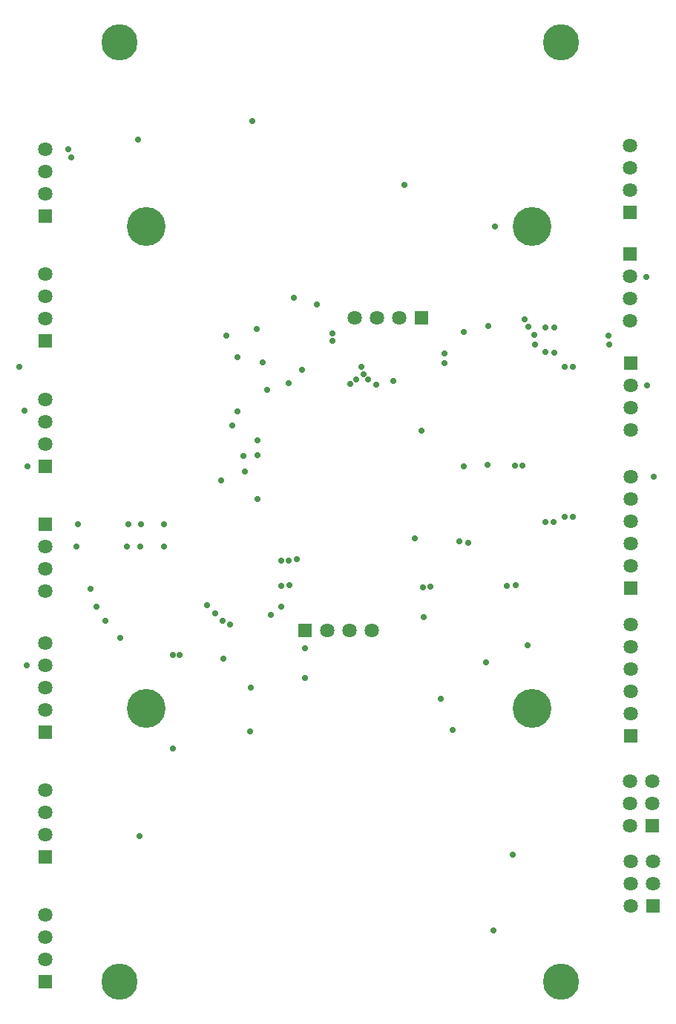
<source format=gbs>
G04 Layer_Color=16711935*
%FSLAX24Y24*%
%MOIN*%
G70*
G01*
G75*
%ADD57R,0.0641X0.0641*%
%ADD58C,0.0641*%
%ADD59R,0.0641X0.0641*%
%ADD60C,0.1625*%
%ADD61C,0.1743*%
%ADD62C,0.0290*%
D57*
X50090Y41980D02*
D03*
X50110Y35210D02*
D03*
X50090Y40090D02*
D03*
X23830Y41800D02*
D03*
Y36191D02*
D03*
Y27972D02*
D03*
Y13034D02*
D03*
Y18643D02*
D03*
Y30581D02*
D03*
Y7424D02*
D03*
X50118Y18480D02*
D03*
X51102Y10827D02*
D03*
X51080Y14420D02*
D03*
X50118Y25102D02*
D03*
D58*
X50090Y42980D02*
D03*
Y43980D02*
D03*
Y44980D02*
D03*
X50110Y32210D02*
D03*
Y33210D02*
D03*
Y34210D02*
D03*
X50090Y37090D02*
D03*
Y38090D02*
D03*
Y39090D02*
D03*
X23830Y44800D02*
D03*
Y43800D02*
D03*
Y42800D02*
D03*
Y39191D02*
D03*
Y38191D02*
D03*
Y37191D02*
D03*
Y24972D02*
D03*
Y25972D02*
D03*
Y26972D02*
D03*
Y16034D02*
D03*
Y15034D02*
D03*
Y14034D02*
D03*
Y19643D02*
D03*
Y20643D02*
D03*
Y21643D02*
D03*
Y22643D02*
D03*
Y33581D02*
D03*
Y32581D02*
D03*
Y31581D02*
D03*
Y10424D02*
D03*
Y9424D02*
D03*
Y8424D02*
D03*
X50118Y23480D02*
D03*
Y22480D02*
D03*
Y21480D02*
D03*
Y20480D02*
D03*
Y19480D02*
D03*
X50102Y10827D02*
D03*
X51102Y11827D02*
D03*
X50102D02*
D03*
X51102Y12827D02*
D03*
X50102D02*
D03*
X50080Y14420D02*
D03*
X51080Y15420D02*
D03*
X50080D02*
D03*
X51080Y16420D02*
D03*
X50080D02*
D03*
X38480Y23189D02*
D03*
X37480D02*
D03*
X36480D02*
D03*
X50118Y30102D02*
D03*
Y29102D02*
D03*
Y28102D02*
D03*
Y27102D02*
D03*
Y26102D02*
D03*
X37710Y37240D02*
D03*
X38710D02*
D03*
X39710D02*
D03*
D59*
X35480Y23189D02*
D03*
X40710Y37240D02*
D03*
D60*
X27165Y49606D02*
D03*
X46968Y49606D02*
D03*
Y7441D02*
D03*
X27165D02*
D03*
D61*
X28346Y19685D02*
D03*
X45669D02*
D03*
X28346Y41339D02*
D03*
X45669D02*
D03*
D62*
X35130Y26390D02*
D03*
X32790Y30340D02*
D03*
X32460Y33020D02*
D03*
X31710Y29920D02*
D03*
X50830Y39070D02*
D03*
X36700Y36200D02*
D03*
X51148Y30102D02*
D03*
X33300Y36735D02*
D03*
X44828Y13150D02*
D03*
X40800Y23800D02*
D03*
X40780Y25150D02*
D03*
X40716Y32154D02*
D03*
X32720Y31040D02*
D03*
X31940Y36430D02*
D03*
X32460Y35480D02*
D03*
X35490Y21060D02*
D03*
X41570Y20130D02*
D03*
X31820Y21950D02*
D03*
X50850Y34200D02*
D03*
X47530Y35030D02*
D03*
X44540Y25200D02*
D03*
X42420Y27190D02*
D03*
X42800Y27150D02*
D03*
X33570Y35240D02*
D03*
X47160Y28310D02*
D03*
X47520D02*
D03*
X35480Y22410D02*
D03*
X42630Y30570D02*
D03*
Y36590D02*
D03*
X43700Y36870D02*
D03*
X43690Y30620D02*
D03*
X44930Y30610D02*
D03*
X45340Y37180D02*
D03*
X45250Y30610D02*
D03*
X45530Y36830D02*
D03*
X49130Y36440D02*
D03*
X45780Y36460D02*
D03*
X41740Y35650D02*
D03*
X47150Y35050D02*
D03*
X49160Y36030D02*
D03*
X45810Y36020D02*
D03*
X41750Y35210D02*
D03*
X27980Y45250D02*
D03*
X46660Y28060D02*
D03*
X46280D02*
D03*
Y35690D02*
D03*
X46670Y35680D02*
D03*
X46280Y36800D02*
D03*
X46670D02*
D03*
X44030Y41320D02*
D03*
X39960Y43200D02*
D03*
X32120Y23460D02*
D03*
X26530Y23640D02*
D03*
X31790Y23620D02*
D03*
X26120Y24260D02*
D03*
X31450Y23980D02*
D03*
X25860Y25080D02*
D03*
X31070Y24350D02*
D03*
X38110Y34700D02*
D03*
X38320Y34470D02*
D03*
X38680Y34240D02*
D03*
X22650Y35020D02*
D03*
X22880Y33060D02*
D03*
X29540Y22100D02*
D03*
X29840Y22090D02*
D03*
X29540Y17890D02*
D03*
X28040Y13980D02*
D03*
X44950Y25240D02*
D03*
X32210Y32410D02*
D03*
X23020Y30570D02*
D03*
X25288Y27972D02*
D03*
X27550Y27980D02*
D03*
X28100Y27960D02*
D03*
X29160D02*
D03*
X25202Y26972D02*
D03*
X27472D02*
D03*
X28070Y26970D02*
D03*
X29150D02*
D03*
X33033Y20643D02*
D03*
X33950Y23910D02*
D03*
X34770Y25220D02*
D03*
X34430Y24260D02*
D03*
Y25200D02*
D03*
X39440Y34400D02*
D03*
X42110Y18740D02*
D03*
X41120Y25160D02*
D03*
X37510Y34270D02*
D03*
X38020Y35050D02*
D03*
X37770Y34460D02*
D03*
X36720Y36520D02*
D03*
X36030Y37820D02*
D03*
X33100Y46080D02*
D03*
X34980Y38140D02*
D03*
X34430Y26330D02*
D03*
X34760Y26340D02*
D03*
X40420Y27340D02*
D03*
X33020Y18660D02*
D03*
X45480Y22540D02*
D03*
X43630Y21760D02*
D03*
X22997Y21643D02*
D03*
X24860Y44800D02*
D03*
X24980Y44420D02*
D03*
X43934Y9724D02*
D03*
X34750Y34310D02*
D03*
X35350Y34910D02*
D03*
X27170Y22870D02*
D03*
X33790Y33990D02*
D03*
X33335Y31730D02*
D03*
X33360Y31070D02*
D03*
Y29100D02*
D03*
M02*

</source>
